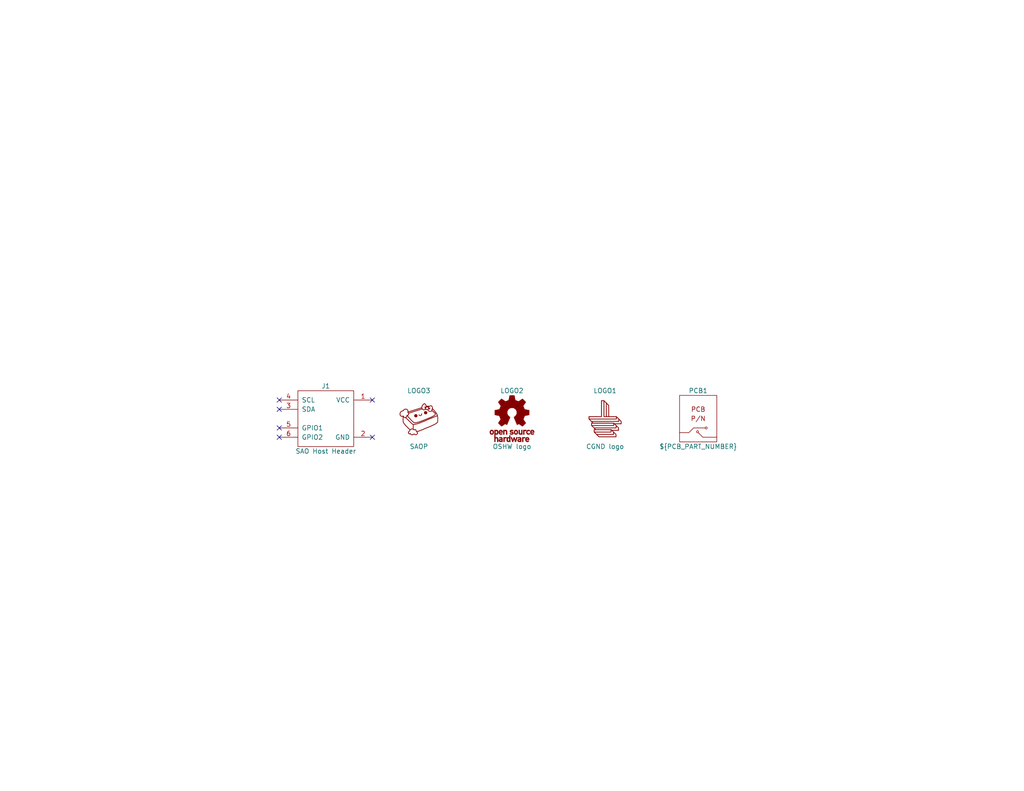
<source format=kicad_sch>
(kicad_sch (version 20231120) (generator "eeschema") (generator_version "8.0")
  (paper "A")
  (title_block (title "SAOP") (date "2024-10-15") (rev "1") (company "Common Ground Electronics") (comment 3 "SPDX-License-Identifier: ${SPDX_LICENSE_ID}") (comment 4 "SPDX-FileCopyrightText: © ${COPYRIGHT_HOLDER} <${COPYRIGHT_HOLDER_CONTACT}>"))
  (lib_symbols
    (symbol "SAOP:Connector_Header_2x03_P2.54mm_Vertical_SAO_Host_v2" (pin_names (offset 1.016))
      (property "Reference" "J" (at 0 8.89 0))
      (property "Value" "SAO Host Header" (at 0 -8.89 0))
      (symbol "Connector_Header_2x03_P2.54mm_Vertical_SAO_Host_v2_1_1"
        (pin power_in line (at 12.7 5.08 180) (length 5.08) (name "VCC") (number "1"))
        (pin power_in line (at 12.7 -5.08 180) (length 5.08) (name "GND") (number "2"))
        (pin bidirectional line (at -12.7 2.54 0) (length 5.08) (name "SDA") (number "3"))
        (pin bidirectional line (at -12.7 5.08 0) (length 5.08) (name "SCL") (number "4"))
        (pin bidirectional line (at -12.7 -2.54 0) (length 5.08) (name "GPIO1") (number "5"))
        (pin bidirectional line (at -12.7 -5.08 0) (length 5.08) (name "GPIO2") (number "6"))
      )
    )
    (symbol "SAOP:Logo_CGND_outline_silkscreen_10x10mm" (pin_names (offset 1.016)) (in_bom no)
      (property "Reference" "LOGO" (at 0 7.62 0))
      (property "Value" "CGND logo" (at 0 -7.62 0))
    )
    (symbol "SAOP:Logo_OSHW_5.7x6mm" (pin_names (offset 1.016)) (in_bom no)
      (property "Reference" "LOGO" (at 0 7.62 0))
      (property "Value" "OSHW logo" (at 0 -7.62 0))
    )
    (symbol "SAOP:Logo_SAOP" (pin_names (offset 1.016)) (in_bom no)
      (property "Reference" "LOGO" (at 0 7.62 0))
      (property "Value" "SAOP" (at 0 -7.62 0))
    )
    (symbol "SAOP:Part_Number_PCB" (pin_names (offset 1.016)) (on_board no)
      (property "Reference" "PCB" (at 0 7.62 0))
      (property "Value" "${PCB_PART_NUMBER}" (at 0 -7.62 0))
      (symbol "Part_Number_PCB_1_1"
        (text "P/N" (at 0 0 0) (effects (font (size 1.27 1.27))))
        (text "PCB" (at 0 2.54 0) (effects (font (size 1.27 1.27))))
      )
    )
  )
  (no_connect (at 101.6 109.22))
  (no_connect (at 76.2 109.22))
  (no_connect (at 76.2 119.38))
  (no_connect (at 101.6 119.38))
  (no_connect (at 76.2 116.84))
  (no_connect (at 76.2 111.76))
  (symbol (lib_id "SAOP:Logo_OSHW_5.7x6mm") (at 139.7 114.3 0) (unit 1) (in_bom no)
    (property "Reference" "LOGO2" (at 139.7 106.68 0))
    (property "Value" "OSHW logo" (at 139.7 121.92 0))
    (property "Footprint" "SAOP:LOGO_OSHW_570X600_SILKSCREEN" (effects (hide yes)))
    (property "Description" "Open Source Hardware logo, silkscreen, 5.7x6 mm" (effects (hide yes)))
  )
  (symbol (lib_id "SAOP:Logo_CGND_outline_silkscreen_10x10mm") (at 165.1 114.3 0) (unit 1) (in_bom no)
    (property "Reference" "LOGO1" (at 165.1 106.68 0))
    (property "Value" "CGND logo" (at 165.1 121.92 0))
    (property "Footprint" "SAOP:LOGO_CGND_OUTLINE_1000X1000_SILKSCREEN" (effects (hide yes)))
    (property "Description" "CGND logo, outline, silkscreen, 10x10 mm" (effects (hide yes)))
  )
  (symbol (lib_id "SAOP:Part_Number_PCB") (at 190.5 114.3 0) (unit 1) (on_board no)
    (property "Reference" "PCB1" (at 190.5 106.68 0))
    (property "Value" "${PCB_PART_NUMBER}" (at 190.5 121.92 0))
    (property "Description" "PCB Part Number" (effects (hide yes)))
    (property "Manufacturer" "${COMPANY}" (effects (hide yes)))
    (property "Manufacturer Part Number" "${PCB_PART_NUMBER}" (effects (hide yes)))
  )
  (symbol (lib_id "SAOP:Connector_Header_2x03_P2.54mm_Vertical_SAO_Host_v2") (at 88.9 114.3 0) (unit 1)
    (property "Reference" "J1" (at 88.9 105.41 0))
    (property "Value" "SAO Host Header" (at 88.9 123.19 0))
    (property "Footprint" "SAOP:SHDRV6W64P254_3X2_1512X910H910_SAO_V2" (effects (hide yes)))
    (property "Datasheet" "https://hackaday.io/project/175182-simple-add-ons-sao" (effects (hide yes)))
    (property "Description" "Simple Add-on (SAO) Host Connector" (effects (hide yes)))
    (property "Manufacturer" "Sullins Connector Solutions" (effects (hide yes)))
    (property "Manufacturer Part Number" "SFH11-NBPC-D03-ST-BK" (effects (hide yes)))
  )
  (symbol (lib_id "SAOP:Logo_SAOP") (at 114.3 114.3 0) (unit 1) (in_bom no)
    (property "Reference" "LOGO3" (at 114.3 106.68 0))
    (property "Value" "SAOP" (at 114.3 121.92 0))
    (property "Footprint" "SAOP:LOGO_SAOP" (effects (hide yes)))
  )
)
</source>
